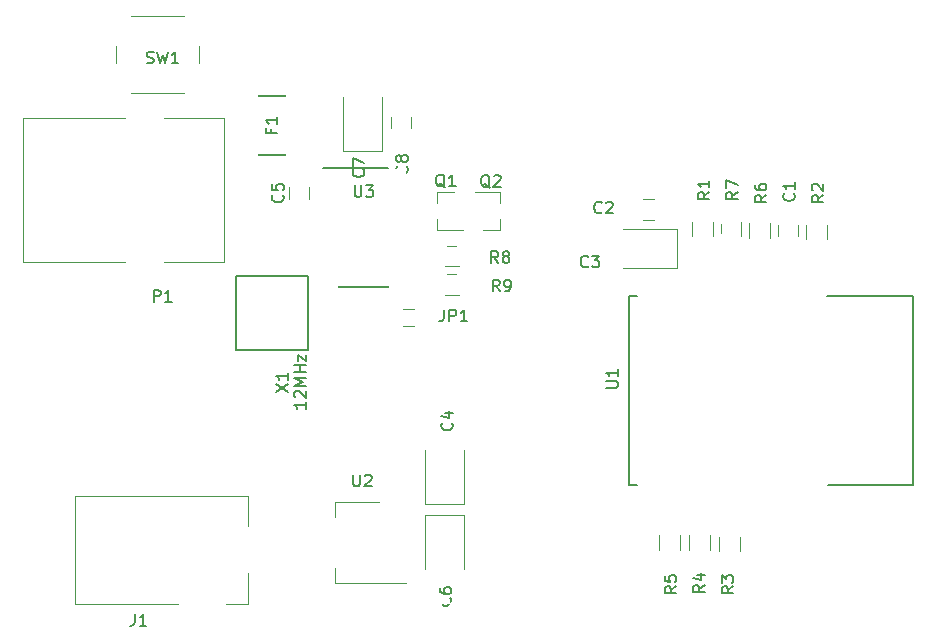
<source format=gto>
%TF.GenerationSoftware,KiCad,Pcbnew,(2017-11-08 revision cd21218)-HEAD*%
%TF.CreationDate,2018-01-31T14:02:19+02:00*%
%TF.ProjectId,esp8266_uno,657370383236365F756E6F2E6B696361,rev?*%
%TF.SameCoordinates,Original*%
%TF.FileFunction,Legend,Top*%
%TF.FilePolarity,Positive*%
%FSLAX46Y46*%
G04 Gerber Fmt 4.6, Leading zero omitted, Abs format (unit mm)*
G04 Created by KiCad (PCBNEW (2017-11-08 revision cd21218)-HEAD) date Wed Jan 31 14:02:19 2018*
%MOMM*%
%LPD*%
G01*
G04 APERTURE LIST*
%ADD10C,0.152400*%
%ADD11C,0.120000*%
%ADD12C,0.150000*%
%ADD13O,1.500000X2.800000*%
%ADD14R,1.500000X2.800000*%
%ADD15C,3.600000*%
%ADD16O,2.000000X2.000000*%
%ADD17R,2.000000X2.000000*%
%ADD18R,1.650000X1.900000*%
%ADD19R,1.900000X1.650000*%
%ADD20R,1.600000X1.300000*%
%ADD21C,1.920000*%
%ADD22C,3.100000*%
%ADD23R,1.300000X1.200000*%
%ADD24R,1.700000X1.900000*%
%ADD25R,2.400000X4.200000*%
%ADD26R,2.400000X1.900000*%
%ADD27R,1.900000X1.000000*%
%ADD28R,5.500000X1.200000*%
%ADD29R,5.500000X1.700000*%
%ADD30C,2.400000*%
%ADD31R,2.350000X2.900000*%
%ADD32R,2.900000X2.350000*%
%ADD33R,1.860000X5.240000*%
%ADD34R,3.900000X3.900000*%
%ADD35R,1.900000X1.700000*%
G04 APERTURE END LIST*
D10*
%TO.C,U1*%
X172480777Y-103886000D02*
X179723000Y-103886000D01*
X155723000Y-119886000D02*
X155723000Y-103886000D01*
X179723000Y-119886000D02*
X172574784Y-119886000D01*
X179723000Y-119886000D02*
X179723000Y-103886000D01*
X156337001Y-119886000D02*
X155701997Y-119886000D01*
X156337000Y-103886000D02*
X155701996Y-103886000D01*
D11*
%TO.C,C1*%
X168314000Y-97798000D02*
X168314000Y-98798000D01*
X170014000Y-98798000D02*
X170014000Y-97798000D01*
%TO.C,C2*%
X157853000Y-95670000D02*
X156853000Y-95670000D01*
X156853000Y-97370000D02*
X157853000Y-97370000D01*
%TO.C,C5*%
X126912000Y-94623000D02*
X126912000Y-95623000D01*
X128612000Y-95623000D02*
X128612000Y-94623000D01*
%TO.C,C8*%
X135548000Y-88654000D02*
X135548000Y-89654000D01*
X137248000Y-89654000D02*
X137248000Y-88654000D01*
%TO.C,JP1*%
X136533000Y-104984000D02*
X137533000Y-104984000D01*
X137533000Y-106344000D02*
X136533000Y-106344000D01*
%TO.C,P1*%
X113030000Y-88769000D02*
X104390000Y-88769000D01*
X121410000Y-88769000D02*
X116330000Y-88769000D01*
X113030000Y-100969000D02*
X104390000Y-100969000D01*
X121410000Y-100969000D02*
X116330000Y-100969000D01*
X104390000Y-100969000D02*
X104390000Y-88769000D01*
X121410000Y-88769000D02*
X121410000Y-100969000D01*
%TO.C,Q1*%
X139448000Y-95067000D02*
X140908000Y-95067000D01*
X139448000Y-98227000D02*
X141608000Y-98227000D01*
X139448000Y-98227000D02*
X139448000Y-97297000D01*
X139448000Y-95067000D02*
X139448000Y-95997000D01*
%TO.C,Q2*%
X144778000Y-98227000D02*
X144778000Y-97297000D01*
X144778000Y-95067000D02*
X144778000Y-95997000D01*
X144778000Y-95067000D02*
X142618000Y-95067000D01*
X144778000Y-98227000D02*
X143318000Y-98227000D01*
%TO.C,R1*%
X162805000Y-97571000D02*
X162805000Y-98771000D01*
X161045000Y-98771000D02*
X161045000Y-97571000D01*
%TO.C,R2*%
X172457000Y-97825000D02*
X172457000Y-99025000D01*
X170697000Y-99025000D02*
X170697000Y-97825000D01*
%TO.C,R3*%
X165091000Y-124241000D02*
X165091000Y-125441000D01*
X163331000Y-125441000D02*
X163331000Y-124241000D01*
%TO.C,R4*%
X160791000Y-125314000D02*
X160791000Y-124114000D01*
X162551000Y-124114000D02*
X162551000Y-125314000D01*
%TO.C,R5*%
X160011000Y-124114000D02*
X160011000Y-125314000D01*
X158251000Y-125314000D02*
X158251000Y-124114000D01*
%TO.C,R6*%
X167631000Y-97698000D02*
X167631000Y-98898000D01*
X165871000Y-98898000D02*
X165871000Y-97698000D01*
%TO.C,R7*%
X165218000Y-97571000D02*
X165218000Y-98771000D01*
X163458000Y-98771000D02*
X163458000Y-97571000D01*
%TO.C,U2*%
X130805000Y-121304000D02*
X130805000Y-122564000D01*
X130805000Y-128124000D02*
X130805000Y-126864000D01*
X134565000Y-121304000D02*
X130805000Y-121304000D01*
X136815000Y-128124000D02*
X130805000Y-128124000D01*
D12*
%TO.C,U3*%
X131148000Y-92969000D02*
X131148000Y-92994000D01*
X135298000Y-92969000D02*
X135298000Y-93074000D01*
X135298000Y-103119000D02*
X135298000Y-103014000D01*
X131148000Y-103119000D02*
X131148000Y-103014000D01*
X131148000Y-92969000D02*
X135298000Y-92969000D01*
X131148000Y-103119000D02*
X135298000Y-103119000D01*
X131148000Y-92994000D02*
X129773000Y-92994000D01*
%TO.C,X1*%
X128524000Y-102184200D02*
X122426000Y-102183000D01*
X122426000Y-102183000D02*
X122426000Y-108383000D01*
X122426000Y-108383000D02*
X128526000Y-108383000D01*
X128526000Y-108383000D02*
X128524000Y-102184200D01*
D11*
%TO.C,SW1*%
X113522000Y-86653000D02*
X118022000Y-86653000D01*
X112272000Y-82653000D02*
X112272000Y-84153000D01*
X118022000Y-80153000D02*
X113522000Y-80153000D01*
X119272000Y-84153000D02*
X119272000Y-82653000D01*
%TO.C,C3*%
X159772000Y-101472000D02*
X155222000Y-101472000D01*
X159772000Y-98172000D02*
X155222000Y-98172000D01*
X159772000Y-101472000D02*
X159772000Y-98172000D01*
%TO.C,C4*%
X138431000Y-121418000D02*
X141731000Y-121418000D01*
X141731000Y-121418000D02*
X141731000Y-116868000D01*
X138431000Y-121418000D02*
X138431000Y-116868000D01*
%TO.C,C6*%
X141731000Y-122422000D02*
X138431000Y-122422000D01*
X138431000Y-122422000D02*
X138431000Y-126972000D01*
X141731000Y-122422000D02*
X141731000Y-126972000D01*
%TO.C,C7*%
X131446000Y-91573000D02*
X131446000Y-87023000D01*
X134746000Y-91573000D02*
X134746000Y-87023000D01*
X131446000Y-91573000D02*
X134746000Y-91573000D01*
D12*
%TO.C,F1*%
X122756000Y-91898000D02*
X128196000Y-91898000D01*
X122756000Y-86918000D02*
X128196000Y-86918000D01*
D11*
%TO.C,J1*%
X117555000Y-129949000D02*
X108755000Y-129949000D01*
X108755000Y-129949000D02*
X108755000Y-120749000D01*
X123455000Y-127249000D02*
X123455000Y-129949000D01*
X123455000Y-129949000D02*
X121555000Y-129949000D01*
X108755000Y-120749000D02*
X123455000Y-120749000D01*
X123455000Y-120749000D02*
X123455000Y-123349000D01*
%TO.C,R8*%
X140116000Y-99577000D02*
X141316000Y-99577000D01*
X141316000Y-101337000D02*
X140116000Y-101337000D01*
%TO.C,R9*%
X141316000Y-103750000D02*
X140116000Y-103750000D01*
X140116000Y-101990000D02*
X141316000Y-101990000D01*
%TO.C,U1*%
D12*
X153757380Y-111632904D02*
X154566904Y-111632904D01*
X154662142Y-111585285D01*
X154709761Y-111537666D01*
X154757380Y-111442428D01*
X154757380Y-111251952D01*
X154709761Y-111156714D01*
X154662142Y-111109095D01*
X154566904Y-111061476D01*
X153757380Y-111061476D01*
X154757380Y-110061476D02*
X154757380Y-110632904D01*
X154757380Y-110347190D02*
X153757380Y-110347190D01*
X153900238Y-110442428D01*
X153995476Y-110537666D01*
X154043095Y-110632904D01*
%TO.C,C1*%
X169648142Y-95162666D02*
X169695761Y-95210285D01*
X169743380Y-95353142D01*
X169743380Y-95448380D01*
X169695761Y-95591238D01*
X169600523Y-95686476D01*
X169505285Y-95734095D01*
X169314809Y-95781714D01*
X169171952Y-95781714D01*
X168981476Y-95734095D01*
X168886238Y-95686476D01*
X168791000Y-95591238D01*
X168743380Y-95448380D01*
X168743380Y-95353142D01*
X168791000Y-95210285D01*
X168838619Y-95162666D01*
X169743380Y-94210285D02*
X169743380Y-94781714D01*
X169743380Y-94496000D02*
X168743380Y-94496000D01*
X168886238Y-94591238D01*
X168981476Y-94686476D01*
X169029095Y-94781714D01*
%TO.C,C2*%
X153376333Y-96750142D02*
X153328714Y-96797761D01*
X153185857Y-96845380D01*
X153090619Y-96845380D01*
X152947761Y-96797761D01*
X152852523Y-96702523D01*
X152804904Y-96607285D01*
X152757285Y-96416809D01*
X152757285Y-96273952D01*
X152804904Y-96083476D01*
X152852523Y-95988238D01*
X152947761Y-95893000D01*
X153090619Y-95845380D01*
X153185857Y-95845380D01*
X153328714Y-95893000D01*
X153376333Y-95940619D01*
X153757285Y-95940619D02*
X153804904Y-95893000D01*
X153900142Y-95845380D01*
X154138238Y-95845380D01*
X154233476Y-95893000D01*
X154281095Y-95940619D01*
X154328714Y-96035857D01*
X154328714Y-96131095D01*
X154281095Y-96273952D01*
X153709666Y-96845380D01*
X154328714Y-96845380D01*
%TO.C,C5*%
X126369142Y-95289666D02*
X126416761Y-95337285D01*
X126464380Y-95480142D01*
X126464380Y-95575380D01*
X126416761Y-95718238D01*
X126321523Y-95813476D01*
X126226285Y-95861095D01*
X126035809Y-95908714D01*
X125892952Y-95908714D01*
X125702476Y-95861095D01*
X125607238Y-95813476D01*
X125512000Y-95718238D01*
X125464380Y-95575380D01*
X125464380Y-95480142D01*
X125512000Y-95337285D01*
X125559619Y-95289666D01*
X125464380Y-94384904D02*
X125464380Y-94861095D01*
X125940571Y-94908714D01*
X125892952Y-94861095D01*
X125845333Y-94765857D01*
X125845333Y-94527761D01*
X125892952Y-94432523D01*
X125940571Y-94384904D01*
X126035809Y-94337285D01*
X126273904Y-94337285D01*
X126369142Y-94384904D01*
X126416761Y-94432523D01*
X126464380Y-94527761D01*
X126464380Y-94765857D01*
X126416761Y-94861095D01*
X126369142Y-94908714D01*
%TO.C,C8*%
X136882142Y-92876666D02*
X136929761Y-92924285D01*
X136977380Y-93067142D01*
X136977380Y-93162380D01*
X136929761Y-93305238D01*
X136834523Y-93400476D01*
X136739285Y-93448095D01*
X136548809Y-93495714D01*
X136405952Y-93495714D01*
X136215476Y-93448095D01*
X136120238Y-93400476D01*
X136025000Y-93305238D01*
X135977380Y-93162380D01*
X135977380Y-93067142D01*
X136025000Y-92924285D01*
X136072619Y-92876666D01*
X136405952Y-92305238D02*
X136358333Y-92400476D01*
X136310714Y-92448095D01*
X136215476Y-92495714D01*
X136167857Y-92495714D01*
X136072619Y-92448095D01*
X136025000Y-92400476D01*
X135977380Y-92305238D01*
X135977380Y-92114761D01*
X136025000Y-92019523D01*
X136072619Y-91971904D01*
X136167857Y-91924285D01*
X136215476Y-91924285D01*
X136310714Y-91971904D01*
X136358333Y-92019523D01*
X136405952Y-92114761D01*
X136405952Y-92305238D01*
X136453571Y-92400476D01*
X136501190Y-92448095D01*
X136596428Y-92495714D01*
X136786904Y-92495714D01*
X136882142Y-92448095D01*
X136929761Y-92400476D01*
X136977380Y-92305238D01*
X136977380Y-92114761D01*
X136929761Y-92019523D01*
X136882142Y-91971904D01*
X136786904Y-91924285D01*
X136596428Y-91924285D01*
X136501190Y-91971904D01*
X136453571Y-92019523D01*
X136405952Y-92114761D01*
%TO.C,JP1*%
X140009666Y-104989380D02*
X140009666Y-105703666D01*
X139962047Y-105846523D01*
X139866809Y-105941761D01*
X139723952Y-105989380D01*
X139628714Y-105989380D01*
X140485857Y-105989380D02*
X140485857Y-104989380D01*
X140866809Y-104989380D01*
X140962047Y-105037000D01*
X141009666Y-105084619D01*
X141057285Y-105179857D01*
X141057285Y-105322714D01*
X141009666Y-105417952D01*
X140962047Y-105465571D01*
X140866809Y-105513190D01*
X140485857Y-105513190D01*
X142009666Y-105989380D02*
X141438238Y-105989380D01*
X141723952Y-105989380D02*
X141723952Y-104989380D01*
X141628714Y-105132238D01*
X141533476Y-105227476D01*
X141438238Y-105275095D01*
%TO.C,P1*%
X115466904Y-104338380D02*
X115466904Y-103338380D01*
X115847857Y-103338380D01*
X115943095Y-103386000D01*
X115990714Y-103433619D01*
X116038333Y-103528857D01*
X116038333Y-103671714D01*
X115990714Y-103766952D01*
X115943095Y-103814571D01*
X115847857Y-103862190D01*
X115466904Y-103862190D01*
X116990714Y-104338380D02*
X116419285Y-104338380D01*
X116705000Y-104338380D02*
X116705000Y-103338380D01*
X116609761Y-103481238D01*
X116514523Y-103576476D01*
X116419285Y-103624095D01*
%TO.C,Q1*%
X140112761Y-94654619D02*
X140017523Y-94607000D01*
X139922285Y-94511761D01*
X139779428Y-94368904D01*
X139684190Y-94321285D01*
X139588952Y-94321285D01*
X139636571Y-94559380D02*
X139541333Y-94511761D01*
X139446095Y-94416523D01*
X139398476Y-94226047D01*
X139398476Y-93892714D01*
X139446095Y-93702238D01*
X139541333Y-93607000D01*
X139636571Y-93559380D01*
X139827047Y-93559380D01*
X139922285Y-93607000D01*
X140017523Y-93702238D01*
X140065142Y-93892714D01*
X140065142Y-94226047D01*
X140017523Y-94416523D01*
X139922285Y-94511761D01*
X139827047Y-94559380D01*
X139636571Y-94559380D01*
X141017523Y-94559380D02*
X140446095Y-94559380D01*
X140731809Y-94559380D02*
X140731809Y-93559380D01*
X140636571Y-93702238D01*
X140541333Y-93797476D01*
X140446095Y-93845095D01*
%TO.C,Q2*%
X143922761Y-94694619D02*
X143827523Y-94647000D01*
X143732285Y-94551761D01*
X143589428Y-94408904D01*
X143494190Y-94361285D01*
X143398952Y-94361285D01*
X143446571Y-94599380D02*
X143351333Y-94551761D01*
X143256095Y-94456523D01*
X143208476Y-94266047D01*
X143208476Y-93932714D01*
X143256095Y-93742238D01*
X143351333Y-93647000D01*
X143446571Y-93599380D01*
X143637047Y-93599380D01*
X143732285Y-93647000D01*
X143827523Y-93742238D01*
X143875142Y-93932714D01*
X143875142Y-94266047D01*
X143827523Y-94456523D01*
X143732285Y-94551761D01*
X143637047Y-94599380D01*
X143446571Y-94599380D01*
X144256095Y-93694619D02*
X144303714Y-93647000D01*
X144398952Y-93599380D01*
X144637047Y-93599380D01*
X144732285Y-93647000D01*
X144779904Y-93694619D01*
X144827523Y-93789857D01*
X144827523Y-93885095D01*
X144779904Y-94027952D01*
X144208476Y-94599380D01*
X144827523Y-94599380D01*
%TO.C,R1*%
X162504380Y-95035666D02*
X162028190Y-95369000D01*
X162504380Y-95607095D02*
X161504380Y-95607095D01*
X161504380Y-95226142D01*
X161552000Y-95130904D01*
X161599619Y-95083285D01*
X161694857Y-95035666D01*
X161837714Y-95035666D01*
X161932952Y-95083285D01*
X161980571Y-95130904D01*
X162028190Y-95226142D01*
X162028190Y-95607095D01*
X162504380Y-94083285D02*
X162504380Y-94654714D01*
X162504380Y-94369000D02*
X161504380Y-94369000D01*
X161647238Y-94464238D01*
X161742476Y-94559476D01*
X161790095Y-94654714D01*
%TO.C,R2*%
X172156380Y-95289666D02*
X171680190Y-95623000D01*
X172156380Y-95861095D02*
X171156380Y-95861095D01*
X171156380Y-95480142D01*
X171204000Y-95384904D01*
X171251619Y-95337285D01*
X171346857Y-95289666D01*
X171489714Y-95289666D01*
X171584952Y-95337285D01*
X171632571Y-95384904D01*
X171680190Y-95480142D01*
X171680190Y-95861095D01*
X171251619Y-94908714D02*
X171204000Y-94861095D01*
X171156380Y-94765857D01*
X171156380Y-94527761D01*
X171204000Y-94432523D01*
X171251619Y-94384904D01*
X171346857Y-94337285D01*
X171442095Y-94337285D01*
X171584952Y-94384904D01*
X172156380Y-94956333D01*
X172156380Y-94337285D01*
%TO.C,R3*%
X164536380Y-128436666D02*
X164060190Y-128770000D01*
X164536380Y-129008095D02*
X163536380Y-129008095D01*
X163536380Y-128627142D01*
X163584000Y-128531904D01*
X163631619Y-128484285D01*
X163726857Y-128436666D01*
X163869714Y-128436666D01*
X163964952Y-128484285D01*
X164012571Y-128531904D01*
X164060190Y-128627142D01*
X164060190Y-129008095D01*
X163536380Y-128103333D02*
X163536380Y-127484285D01*
X163917333Y-127817619D01*
X163917333Y-127674761D01*
X163964952Y-127579523D01*
X164012571Y-127531904D01*
X164107809Y-127484285D01*
X164345904Y-127484285D01*
X164441142Y-127531904D01*
X164488761Y-127579523D01*
X164536380Y-127674761D01*
X164536380Y-127960476D01*
X164488761Y-128055714D01*
X164441142Y-128103333D01*
%TO.C,R4*%
X162123380Y-128309666D02*
X161647190Y-128643000D01*
X162123380Y-128881095D02*
X161123380Y-128881095D01*
X161123380Y-128500142D01*
X161171000Y-128404904D01*
X161218619Y-128357285D01*
X161313857Y-128309666D01*
X161456714Y-128309666D01*
X161551952Y-128357285D01*
X161599571Y-128404904D01*
X161647190Y-128500142D01*
X161647190Y-128881095D01*
X161456714Y-127452523D02*
X162123380Y-127452523D01*
X161075761Y-127690619D02*
X161790047Y-127928714D01*
X161790047Y-127309666D01*
%TO.C,R5*%
X159710380Y-128436666D02*
X159234190Y-128770000D01*
X159710380Y-129008095D02*
X158710380Y-129008095D01*
X158710380Y-128627142D01*
X158758000Y-128531904D01*
X158805619Y-128484285D01*
X158900857Y-128436666D01*
X159043714Y-128436666D01*
X159138952Y-128484285D01*
X159186571Y-128531904D01*
X159234190Y-128627142D01*
X159234190Y-129008095D01*
X158710380Y-127531904D02*
X158710380Y-128008095D01*
X159186571Y-128055714D01*
X159138952Y-128008095D01*
X159091333Y-127912857D01*
X159091333Y-127674761D01*
X159138952Y-127579523D01*
X159186571Y-127531904D01*
X159281809Y-127484285D01*
X159519904Y-127484285D01*
X159615142Y-127531904D01*
X159662761Y-127579523D01*
X159710380Y-127674761D01*
X159710380Y-127912857D01*
X159662761Y-128008095D01*
X159615142Y-128055714D01*
%TO.C,R6*%
X167330380Y-95289666D02*
X166854190Y-95623000D01*
X167330380Y-95861095D02*
X166330380Y-95861095D01*
X166330380Y-95480142D01*
X166378000Y-95384904D01*
X166425619Y-95337285D01*
X166520857Y-95289666D01*
X166663714Y-95289666D01*
X166758952Y-95337285D01*
X166806571Y-95384904D01*
X166854190Y-95480142D01*
X166854190Y-95861095D01*
X166330380Y-94432523D02*
X166330380Y-94623000D01*
X166378000Y-94718238D01*
X166425619Y-94765857D01*
X166568476Y-94861095D01*
X166758952Y-94908714D01*
X167139904Y-94908714D01*
X167235142Y-94861095D01*
X167282761Y-94813476D01*
X167330380Y-94718238D01*
X167330380Y-94527761D01*
X167282761Y-94432523D01*
X167235142Y-94384904D01*
X167139904Y-94337285D01*
X166901809Y-94337285D01*
X166806571Y-94384904D01*
X166758952Y-94432523D01*
X166711333Y-94527761D01*
X166711333Y-94718238D01*
X166758952Y-94813476D01*
X166806571Y-94861095D01*
X166901809Y-94908714D01*
%TO.C,R7*%
X164917380Y-95035666D02*
X164441190Y-95369000D01*
X164917380Y-95607095D02*
X163917380Y-95607095D01*
X163917380Y-95226142D01*
X163965000Y-95130904D01*
X164012619Y-95083285D01*
X164107857Y-95035666D01*
X164250714Y-95035666D01*
X164345952Y-95083285D01*
X164393571Y-95130904D01*
X164441190Y-95226142D01*
X164441190Y-95607095D01*
X163917380Y-94702333D02*
X163917380Y-94035666D01*
X164917380Y-94464238D01*
%TO.C,U2*%
X132334095Y-118959380D02*
X132334095Y-119768904D01*
X132381714Y-119864142D01*
X132429333Y-119911761D01*
X132524571Y-119959380D01*
X132715047Y-119959380D01*
X132810285Y-119911761D01*
X132857904Y-119864142D01*
X132905523Y-119768904D01*
X132905523Y-118959380D01*
X133334095Y-119054619D02*
X133381714Y-119007000D01*
X133476952Y-118959380D01*
X133715047Y-118959380D01*
X133810285Y-119007000D01*
X133857904Y-119054619D01*
X133905523Y-119149857D01*
X133905523Y-119245095D01*
X133857904Y-119387952D01*
X133286476Y-119959380D01*
X133905523Y-119959380D01*
%TO.C,U3*%
X132461095Y-94448380D02*
X132461095Y-95257904D01*
X132508714Y-95353142D01*
X132556333Y-95400761D01*
X132651571Y-95448380D01*
X132842047Y-95448380D01*
X132937285Y-95400761D01*
X132984904Y-95353142D01*
X133032523Y-95257904D01*
X133032523Y-94448380D01*
X133413476Y-94448380D02*
X134032523Y-94448380D01*
X133699190Y-94829333D01*
X133842047Y-94829333D01*
X133937285Y-94876952D01*
X133984904Y-94924571D01*
X134032523Y-95019809D01*
X134032523Y-95257904D01*
X133984904Y-95353142D01*
X133937285Y-95400761D01*
X133842047Y-95448380D01*
X133556333Y-95448380D01*
X133461095Y-95400761D01*
X133413476Y-95353142D01*
%TO.C,X1*%
X125817380Y-111934523D02*
X126817380Y-111267857D01*
X125817380Y-111267857D02*
X126817380Y-111934523D01*
X126817380Y-110363095D02*
X126817380Y-110934523D01*
X126817380Y-110648809D02*
X125817380Y-110648809D01*
X125960238Y-110744047D01*
X126055476Y-110839285D01*
X126103095Y-110934523D01*
X128341380Y-112815476D02*
X128341380Y-113386904D01*
X128341380Y-113101190D02*
X127341380Y-113101190D01*
X127484238Y-113196428D01*
X127579476Y-113291666D01*
X127627095Y-113386904D01*
X127436619Y-112434523D02*
X127389000Y-112386904D01*
X127341380Y-112291666D01*
X127341380Y-112053571D01*
X127389000Y-111958333D01*
X127436619Y-111910714D01*
X127531857Y-111863095D01*
X127627095Y-111863095D01*
X127769952Y-111910714D01*
X128341380Y-112482142D01*
X128341380Y-111863095D01*
X128341380Y-111434523D02*
X127341380Y-111434523D01*
X128055666Y-111101190D01*
X127341380Y-110767857D01*
X128341380Y-110767857D01*
X128341380Y-110291666D02*
X127341380Y-110291666D01*
X127817571Y-110291666D02*
X127817571Y-109720238D01*
X128341380Y-109720238D02*
X127341380Y-109720238D01*
X127674714Y-109339285D02*
X127674714Y-108815476D01*
X128341380Y-109339285D01*
X128341380Y-108815476D01*
%TO.C,SW1*%
X114871666Y-84097761D02*
X115014523Y-84145380D01*
X115252619Y-84145380D01*
X115347857Y-84097761D01*
X115395476Y-84050142D01*
X115443095Y-83954904D01*
X115443095Y-83859666D01*
X115395476Y-83764428D01*
X115347857Y-83716809D01*
X115252619Y-83669190D01*
X115062142Y-83621571D01*
X114966904Y-83573952D01*
X114919285Y-83526333D01*
X114871666Y-83431095D01*
X114871666Y-83335857D01*
X114919285Y-83240619D01*
X114966904Y-83193000D01*
X115062142Y-83145380D01*
X115300238Y-83145380D01*
X115443095Y-83193000D01*
X115776428Y-83145380D02*
X116014523Y-84145380D01*
X116205000Y-83431095D01*
X116395476Y-84145380D01*
X116633571Y-83145380D01*
X117538333Y-84145380D02*
X116966904Y-84145380D01*
X117252619Y-84145380D02*
X117252619Y-83145380D01*
X117157380Y-83288238D01*
X117062142Y-83383476D01*
X116966904Y-83431095D01*
%TO.C,C3*%
X152233333Y-101322142D02*
X152185714Y-101369761D01*
X152042857Y-101417380D01*
X151947619Y-101417380D01*
X151804761Y-101369761D01*
X151709523Y-101274523D01*
X151661904Y-101179285D01*
X151614285Y-100988809D01*
X151614285Y-100845952D01*
X151661904Y-100655476D01*
X151709523Y-100560238D01*
X151804761Y-100465000D01*
X151947619Y-100417380D01*
X152042857Y-100417380D01*
X152185714Y-100465000D01*
X152233333Y-100512619D01*
X152566666Y-100417380D02*
X153185714Y-100417380D01*
X152852380Y-100798333D01*
X152995238Y-100798333D01*
X153090476Y-100845952D01*
X153138095Y-100893571D01*
X153185714Y-100988809D01*
X153185714Y-101226904D01*
X153138095Y-101322142D01*
X153090476Y-101369761D01*
X152995238Y-101417380D01*
X152709523Y-101417380D01*
X152614285Y-101369761D01*
X152566666Y-101322142D01*
%TO.C,C4*%
X140692142Y-114593666D02*
X140739761Y-114641285D01*
X140787380Y-114784142D01*
X140787380Y-114879380D01*
X140739761Y-115022238D01*
X140644523Y-115117476D01*
X140549285Y-115165095D01*
X140358809Y-115212714D01*
X140215952Y-115212714D01*
X140025476Y-115165095D01*
X139930238Y-115117476D01*
X139835000Y-115022238D01*
X139787380Y-114879380D01*
X139787380Y-114784142D01*
X139835000Y-114641285D01*
X139882619Y-114593666D01*
X140120714Y-113736523D02*
X140787380Y-113736523D01*
X139739761Y-113974619D02*
X140454047Y-114212714D01*
X140454047Y-113593666D01*
%TO.C,C6*%
X140565142Y-129452666D02*
X140612761Y-129500285D01*
X140660380Y-129643142D01*
X140660380Y-129738380D01*
X140612761Y-129881238D01*
X140517523Y-129976476D01*
X140422285Y-130024095D01*
X140231809Y-130071714D01*
X140088952Y-130071714D01*
X139898476Y-130024095D01*
X139803238Y-129976476D01*
X139708000Y-129881238D01*
X139660380Y-129738380D01*
X139660380Y-129643142D01*
X139708000Y-129500285D01*
X139755619Y-129452666D01*
X139660380Y-128595523D02*
X139660380Y-128786000D01*
X139708000Y-128881238D01*
X139755619Y-128928857D01*
X139898476Y-129024095D01*
X140088952Y-129071714D01*
X140469904Y-129071714D01*
X140565142Y-129024095D01*
X140612761Y-128976476D01*
X140660380Y-128881238D01*
X140660380Y-128690761D01*
X140612761Y-128595523D01*
X140565142Y-128547904D01*
X140469904Y-128500285D01*
X140231809Y-128500285D01*
X140136571Y-128547904D01*
X140088952Y-128595523D01*
X140041333Y-128690761D01*
X140041333Y-128881238D01*
X140088952Y-128976476D01*
X140136571Y-129024095D01*
X140231809Y-129071714D01*
%TO.C,C7*%
X133199142Y-93130666D02*
X133246761Y-93178285D01*
X133294380Y-93321142D01*
X133294380Y-93416380D01*
X133246761Y-93559238D01*
X133151523Y-93654476D01*
X133056285Y-93702095D01*
X132865809Y-93749714D01*
X132722952Y-93749714D01*
X132532476Y-93702095D01*
X132437238Y-93654476D01*
X132342000Y-93559238D01*
X132294380Y-93416380D01*
X132294380Y-93321142D01*
X132342000Y-93178285D01*
X132389619Y-93130666D01*
X132294380Y-92797333D02*
X132294380Y-92130666D01*
X133294380Y-92559238D01*
%TO.C,F1*%
X125404571Y-89741333D02*
X125404571Y-90074666D01*
X125928380Y-90074666D02*
X124928380Y-90074666D01*
X124928380Y-89598476D01*
X125928380Y-88693714D02*
X125928380Y-89265142D01*
X125928380Y-88979428D02*
X124928380Y-88979428D01*
X125071238Y-89074666D01*
X125166476Y-89169904D01*
X125214095Y-89265142D01*
%TO.C,J1*%
X113839666Y-130770380D02*
X113839666Y-131484666D01*
X113792047Y-131627523D01*
X113696809Y-131722761D01*
X113553952Y-131770380D01*
X113458714Y-131770380D01*
X114839666Y-131770380D02*
X114268238Y-131770380D01*
X114553952Y-131770380D02*
X114553952Y-130770380D01*
X114458714Y-130913238D01*
X114363476Y-131008476D01*
X114268238Y-131056095D01*
%TO.C,R8*%
X144613333Y-101036380D02*
X144280000Y-100560190D01*
X144041904Y-101036380D02*
X144041904Y-100036380D01*
X144422857Y-100036380D01*
X144518095Y-100084000D01*
X144565714Y-100131619D01*
X144613333Y-100226857D01*
X144613333Y-100369714D01*
X144565714Y-100464952D01*
X144518095Y-100512571D01*
X144422857Y-100560190D01*
X144041904Y-100560190D01*
X145184761Y-100464952D02*
X145089523Y-100417333D01*
X145041904Y-100369714D01*
X144994285Y-100274476D01*
X144994285Y-100226857D01*
X145041904Y-100131619D01*
X145089523Y-100084000D01*
X145184761Y-100036380D01*
X145375238Y-100036380D01*
X145470476Y-100084000D01*
X145518095Y-100131619D01*
X145565714Y-100226857D01*
X145565714Y-100274476D01*
X145518095Y-100369714D01*
X145470476Y-100417333D01*
X145375238Y-100464952D01*
X145184761Y-100464952D01*
X145089523Y-100512571D01*
X145041904Y-100560190D01*
X144994285Y-100655428D01*
X144994285Y-100845904D01*
X145041904Y-100941142D01*
X145089523Y-100988761D01*
X145184761Y-101036380D01*
X145375238Y-101036380D01*
X145470476Y-100988761D01*
X145518095Y-100941142D01*
X145565714Y-100845904D01*
X145565714Y-100655428D01*
X145518095Y-100560190D01*
X145470476Y-100512571D01*
X145375238Y-100464952D01*
%TO.C,R9*%
X144740333Y-103449380D02*
X144407000Y-102973190D01*
X144168904Y-103449380D02*
X144168904Y-102449380D01*
X144549857Y-102449380D01*
X144645095Y-102497000D01*
X144692714Y-102544619D01*
X144740333Y-102639857D01*
X144740333Y-102782714D01*
X144692714Y-102877952D01*
X144645095Y-102925571D01*
X144549857Y-102973190D01*
X144168904Y-102973190D01*
X145216523Y-103449380D02*
X145407000Y-103449380D01*
X145502238Y-103401761D01*
X145549857Y-103354142D01*
X145645095Y-103211285D01*
X145692714Y-103020809D01*
X145692714Y-102639857D01*
X145645095Y-102544619D01*
X145597476Y-102497000D01*
X145502238Y-102449380D01*
X145311761Y-102449380D01*
X145216523Y-102497000D01*
X145168904Y-102544619D01*
X145121285Y-102639857D01*
X145121285Y-102877952D01*
X145168904Y-102973190D01*
X145216523Y-103020809D01*
X145311761Y-103068428D01*
X145502238Y-103068428D01*
X145597476Y-103020809D01*
X145645095Y-102973190D01*
X145692714Y-102877952D01*
%TD*%
%LPC*%
D13*
%TO.C,U1*%
X171323000Y-119886000D03*
X169323000Y-119886000D03*
X167323000Y-119886000D03*
X165323000Y-119886000D03*
X163323000Y-119886000D03*
X161323000Y-119886000D03*
X159323000Y-119886000D03*
X157323000Y-119886000D03*
X157323000Y-103886000D03*
X159323000Y-103886000D03*
X161323000Y-103886000D03*
X163323000Y-103886000D03*
X165323000Y-103886000D03*
X167323000Y-103886000D03*
X169323000Y-103886000D03*
D14*
X171323000Y-103886000D03*
%TD*%
D15*
%TO.C,REF\002A\002A*%
X125984000Y-130429000D03*
%TD*%
%TO.C,REF\002A\002A*%
X125984000Y-82042000D03*
%TD*%
%TO.C,REF\002A\002A*%
X177038000Y-96774000D03*
%TD*%
%TO.C,REF\002A\002A*%
X177038000Y-125603000D03*
%TD*%
D16*
%TO.C,A1*%
X129671000Y-82169000D03*
X132211000Y-82169000D03*
D17*
X138811000Y-130429000D03*
D16*
X169291000Y-82169000D03*
X141351000Y-130429000D03*
X166751000Y-82169000D03*
X143891000Y-130429000D03*
X164211000Y-82169000D03*
X146431000Y-130429000D03*
X161671000Y-82169000D03*
X148971000Y-130429000D03*
X159131000Y-82169000D03*
X151511000Y-130429000D03*
X156591000Y-82169000D03*
X154051000Y-130429000D03*
X152531000Y-82169000D03*
X156591000Y-130429000D03*
X149991000Y-82169000D03*
X161671000Y-130429000D03*
X147451000Y-82169000D03*
X164211000Y-130429000D03*
X144911000Y-82169000D03*
X166751000Y-130429000D03*
X142371000Y-82169000D03*
X169291000Y-130429000D03*
X139831000Y-82169000D03*
X171831000Y-130429000D03*
X137291000Y-82169000D03*
X174371000Y-130429000D03*
X134751000Y-82169000D03*
X174371000Y-82169000D03*
X171831000Y-82169000D03*
%TD*%
D18*
%TO.C,C1*%
X169164000Y-99548000D03*
X169164000Y-97048000D03*
%TD*%
D19*
%TO.C,C2*%
X156103000Y-96520000D03*
X158603000Y-96520000D03*
%TD*%
D18*
%TO.C,C5*%
X127762000Y-96373000D03*
X127762000Y-93873000D03*
%TD*%
%TO.C,C8*%
X136398000Y-90404000D03*
X136398000Y-87904000D03*
%TD*%
D20*
%TO.C,JP1*%
X138133000Y-105664000D03*
X135933000Y-105664000D03*
%TD*%
D21*
%TO.C,P1*%
X119380000Y-93599000D03*
X119380000Y-96139000D03*
X117380000Y-96139000D03*
X117380000Y-93599000D03*
D22*
X114680000Y-88869000D03*
X114680000Y-100869000D03*
%TD*%
D23*
%TO.C,Q1*%
X139208000Y-96647000D03*
X141208000Y-95697000D03*
X141208000Y-97597000D03*
%TD*%
%TO.C,Q2*%
X143018000Y-95697000D03*
X143018000Y-97597000D03*
X145018000Y-96647000D03*
%TD*%
D24*
%TO.C,R1*%
X161925000Y-99521000D03*
X161925000Y-96821000D03*
%TD*%
%TO.C,R2*%
X171577000Y-99775000D03*
X171577000Y-97075000D03*
%TD*%
%TO.C,R3*%
X164211000Y-126191000D03*
X164211000Y-123491000D03*
%TD*%
%TO.C,R4*%
X161671000Y-123364000D03*
X161671000Y-126064000D03*
%TD*%
%TO.C,R5*%
X159131000Y-126064000D03*
X159131000Y-123364000D03*
%TD*%
%TO.C,R6*%
X166751000Y-99648000D03*
X166751000Y-96948000D03*
%TD*%
%TO.C,R7*%
X164338000Y-99521000D03*
X164338000Y-96821000D03*
%TD*%
D25*
%TO.C,U2*%
X129565000Y-124714000D03*
D26*
X135865000Y-124714000D03*
X135865000Y-122414000D03*
X135865000Y-127014000D03*
%TD*%
D27*
%TO.C,U3*%
X130523000Y-93599000D03*
X130523000Y-94869000D03*
X130523000Y-96139000D03*
X130523000Y-97409000D03*
X130523000Y-98679000D03*
X130523000Y-99949000D03*
X130523000Y-101219000D03*
X130523000Y-102489000D03*
X135923000Y-102489000D03*
X135923000Y-101219000D03*
X135923000Y-99949000D03*
X135923000Y-98679000D03*
X135923000Y-97409000D03*
X135923000Y-96139000D03*
X135923000Y-94869000D03*
X135923000Y-93599000D03*
%TD*%
D28*
%TO.C,X1*%
X125476000Y-103333000D03*
D29*
X125476000Y-105283000D03*
D28*
X125476000Y-107233000D03*
%TD*%
D30*
%TO.C,SW1*%
X112522000Y-85653000D03*
X112522000Y-81153000D03*
X119022000Y-85653000D03*
X119022000Y-81153000D03*
%TD*%
D31*
%TO.C,C3*%
X158497000Y-99822000D03*
X155447000Y-99822000D03*
%TD*%
D32*
%TO.C,C4*%
X140081000Y-117093000D03*
X140081000Y-120143000D03*
%TD*%
%TO.C,C6*%
X140081000Y-126747000D03*
X140081000Y-123697000D03*
%TD*%
%TO.C,C7*%
X133096000Y-90298000D03*
X133096000Y-87248000D03*
%TD*%
D33*
%TO.C,F1*%
X127626000Y-89408000D03*
X123326000Y-89408000D03*
%TD*%
D34*
%TO.C,J1*%
X122555000Y-125349000D03*
X116555000Y-125349000D03*
X119555000Y-130049000D03*
%TD*%
D35*
%TO.C,R8*%
X142066000Y-100457000D03*
X139366000Y-100457000D03*
%TD*%
%TO.C,R9*%
X139366000Y-102870000D03*
X142066000Y-102870000D03*
%TD*%
M02*

</source>
